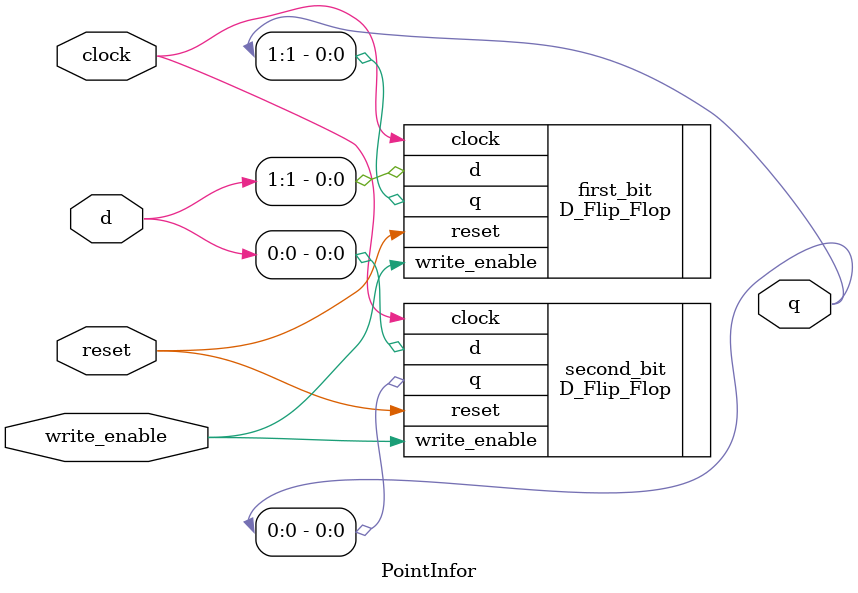
<source format=v>
/**
 * This module is a module which use two D-flip-flops to record the state of a point on the game
 * board. 2'b00 means empty, 2'b01 means white, 2'b10 means black. 
 */
module PointInfor(d, clock, reset, write_enable, q);
    input [1:0] d; // data input, write_enable signal
    input clock, reset, write_enable; // clock and active-low asynchronous reset signal
    output [1:0] q; // data output of the two flip flop

    //Instantiate the flip flop for the higher bit of the information 
    D_Flip_Flop first_bit(.d(d[1]), .clock(clock), .write_enable(write_enable), .reset(reset), .q(q[1]));
    //Instantiate the flip flop for the lower bit of the information 
    D_Flip_Flop second_bit(.d(d[0]), .clock(clock), .write_enable(write_enable), .reset(reset), .q(q[0]));
    
    
endmodule

</source>
